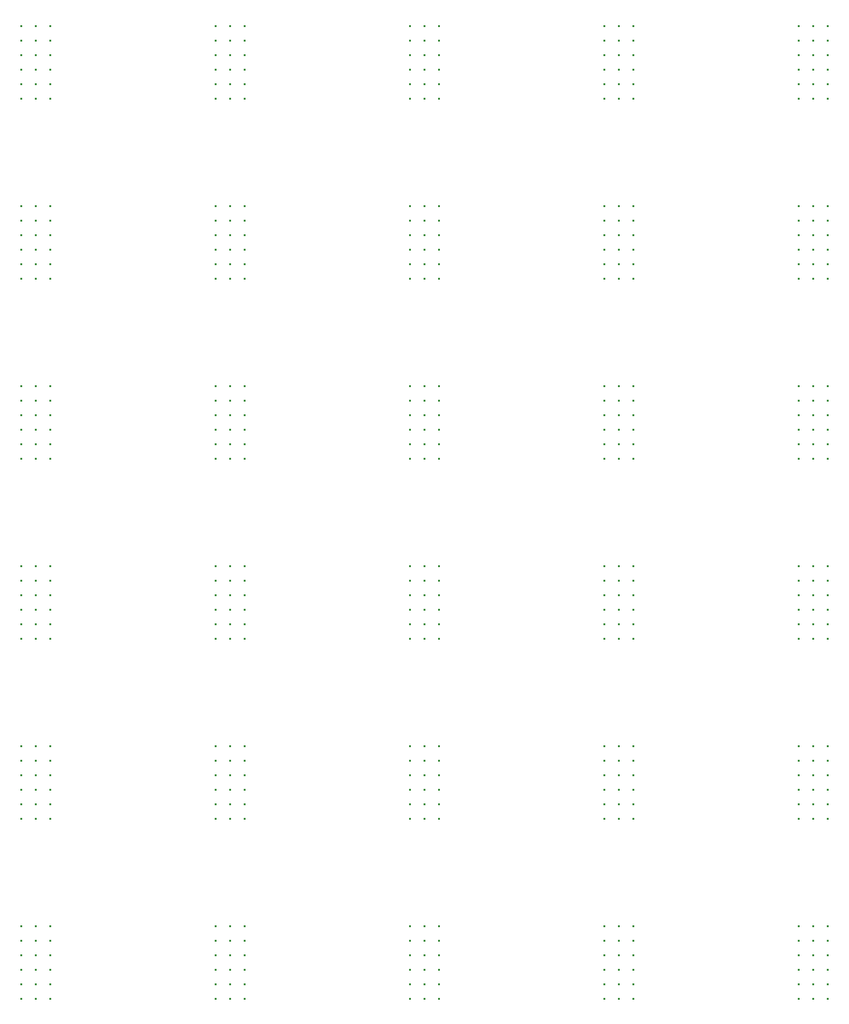
<source format=gbl>
G75*
G70*
%OFA0B0*%
%FSLAX24Y24*%
%IPPOS*%
%LPD*%
%AMOC8*
5,1,8,0,0,1.08239X$1,22.5*
%
%ADD10R,0.0080X0.0080*%
D10*
X012151Y008151D03*
X012151Y008651D03*
X012151Y009151D03*
X012151Y009651D03*
X012151Y010151D03*
X012151Y010651D03*
X012651Y010651D03*
X012651Y010151D03*
X012651Y009651D03*
X012651Y009151D03*
X012651Y008651D03*
X012651Y008151D03*
X013151Y008151D03*
X013151Y008651D03*
X013151Y009151D03*
X013151Y009651D03*
X013151Y010151D03*
X013151Y010651D03*
X013151Y014351D03*
X012651Y014351D03*
X012151Y014351D03*
X012151Y014851D03*
X012151Y015351D03*
X012151Y015851D03*
X012151Y016351D03*
X012151Y016851D03*
X012651Y016851D03*
X012651Y016351D03*
X012651Y015851D03*
X012651Y015351D03*
X012651Y014851D03*
X013151Y014851D03*
X013151Y015351D03*
X013151Y015851D03*
X013151Y016351D03*
X013151Y016851D03*
X013151Y020551D03*
X012651Y020551D03*
X012151Y020551D03*
X012151Y021051D03*
X012151Y021551D03*
X012151Y022051D03*
X012151Y022551D03*
X012151Y023051D03*
X012651Y023051D03*
X012651Y022551D03*
X012651Y022051D03*
X012651Y021551D03*
X012651Y021051D03*
X013151Y021051D03*
X013151Y021551D03*
X013151Y022051D03*
X013151Y022551D03*
X013151Y023051D03*
X013151Y026751D03*
X012651Y026751D03*
X012151Y026751D03*
X012151Y027251D03*
X012151Y027751D03*
X012151Y028251D03*
X012151Y028751D03*
X012151Y029251D03*
X012651Y029251D03*
X012651Y028751D03*
X012651Y028251D03*
X012651Y027751D03*
X012651Y027251D03*
X013151Y027251D03*
X013151Y027751D03*
X013151Y028251D03*
X013151Y028751D03*
X013151Y029251D03*
X013151Y032951D03*
X012651Y032951D03*
X012151Y032951D03*
X012151Y033451D03*
X012151Y033951D03*
X012151Y034451D03*
X012151Y034951D03*
X012151Y035451D03*
X012651Y035451D03*
X012651Y034951D03*
X012651Y034451D03*
X012651Y033951D03*
X012651Y033451D03*
X013151Y033451D03*
X013151Y033951D03*
X013151Y034451D03*
X013151Y034951D03*
X013151Y035451D03*
X013151Y039151D03*
X012651Y039151D03*
X012151Y039151D03*
X012151Y039651D03*
X012151Y040151D03*
X012151Y040651D03*
X012151Y041151D03*
X012151Y041651D03*
X012651Y041651D03*
X012651Y041151D03*
X012651Y040651D03*
X012651Y040151D03*
X012651Y039651D03*
X013151Y039651D03*
X013151Y040151D03*
X013151Y040651D03*
X013151Y041151D03*
X013151Y041651D03*
X018851Y041651D03*
X018851Y041151D03*
X018851Y040651D03*
X018851Y040151D03*
X018851Y039651D03*
X018851Y039151D03*
X019351Y039151D03*
X019351Y039651D03*
X019351Y040151D03*
X019351Y040651D03*
X019351Y041151D03*
X019351Y041651D03*
X019851Y041651D03*
X019851Y041151D03*
X019851Y040651D03*
X019851Y040151D03*
X019851Y039651D03*
X019851Y039151D03*
X019851Y035451D03*
X019851Y034951D03*
X019851Y034451D03*
X019851Y033951D03*
X019851Y033451D03*
X019851Y032951D03*
X019351Y032951D03*
X018851Y032951D03*
X018851Y033451D03*
X018851Y033951D03*
X018851Y034451D03*
X018851Y034951D03*
X018851Y035451D03*
X019351Y035451D03*
X019351Y034951D03*
X019351Y034451D03*
X019351Y033951D03*
X019351Y033451D03*
X019351Y029251D03*
X019351Y028751D03*
X019351Y028251D03*
X019351Y027751D03*
X019351Y027251D03*
X019351Y026751D03*
X018851Y026751D03*
X018851Y027251D03*
X018851Y027751D03*
X018851Y028251D03*
X018851Y028751D03*
X018851Y029251D03*
X019851Y029251D03*
X019851Y028751D03*
X019851Y028251D03*
X019851Y027751D03*
X019851Y027251D03*
X019851Y026751D03*
X019851Y023051D03*
X019851Y022551D03*
X019851Y022051D03*
X019851Y021551D03*
X019851Y021051D03*
X019851Y020551D03*
X019351Y020551D03*
X018851Y020551D03*
X018851Y021051D03*
X018851Y021551D03*
X018851Y022051D03*
X018851Y022551D03*
X018851Y023051D03*
X019351Y023051D03*
X019351Y022551D03*
X019351Y022051D03*
X019351Y021551D03*
X019351Y021051D03*
X019351Y016851D03*
X019351Y016351D03*
X019351Y015851D03*
X019351Y015351D03*
X019351Y014851D03*
X019351Y014351D03*
X018851Y014351D03*
X018851Y014851D03*
X018851Y015351D03*
X018851Y015851D03*
X018851Y016351D03*
X018851Y016851D03*
X019851Y016851D03*
X019851Y016351D03*
X019851Y015851D03*
X019851Y015351D03*
X019851Y014851D03*
X019851Y014351D03*
X019851Y010651D03*
X019851Y010151D03*
X019851Y009651D03*
X019851Y009151D03*
X019851Y008651D03*
X019851Y008151D03*
X019351Y008151D03*
X018851Y008151D03*
X018851Y008651D03*
X018851Y009151D03*
X018851Y009651D03*
X018851Y010151D03*
X018851Y010651D03*
X019351Y010651D03*
X019351Y010151D03*
X019351Y009651D03*
X019351Y009151D03*
X019351Y008651D03*
X025551Y008651D03*
X025551Y008151D03*
X026051Y008151D03*
X026051Y008651D03*
X026051Y009151D03*
X025551Y009151D03*
X025551Y009651D03*
X025551Y010151D03*
X025551Y010651D03*
X026051Y010651D03*
X026051Y010151D03*
X026051Y009651D03*
X026551Y009651D03*
X026551Y009151D03*
X026551Y008651D03*
X026551Y008151D03*
X026551Y010151D03*
X026551Y010651D03*
X026551Y014351D03*
X026051Y014351D03*
X025551Y014351D03*
X025551Y014851D03*
X025551Y015351D03*
X025551Y015851D03*
X025551Y016351D03*
X025551Y016851D03*
X026051Y016851D03*
X026051Y016351D03*
X026051Y015851D03*
X026051Y015351D03*
X026051Y014851D03*
X026551Y014851D03*
X026551Y015351D03*
X026551Y015851D03*
X026551Y016351D03*
X026551Y016851D03*
X026551Y020551D03*
X026051Y020551D03*
X025551Y020551D03*
X025551Y021051D03*
X025551Y021551D03*
X025551Y022051D03*
X025551Y022551D03*
X025551Y023051D03*
X026051Y023051D03*
X026051Y022551D03*
X026051Y022051D03*
X026051Y021551D03*
X026051Y021051D03*
X026551Y021051D03*
X026551Y021551D03*
X026551Y022051D03*
X026551Y022551D03*
X026551Y023051D03*
X026551Y026751D03*
X026051Y026751D03*
X025551Y026751D03*
X025551Y027251D03*
X025551Y027751D03*
X025551Y028251D03*
X025551Y028751D03*
X025551Y029251D03*
X026051Y029251D03*
X026051Y028751D03*
X026051Y028251D03*
X026051Y027751D03*
X026051Y027251D03*
X026551Y027251D03*
X026551Y027751D03*
X026551Y028251D03*
X026551Y028751D03*
X026551Y029251D03*
X026551Y032951D03*
X026051Y032951D03*
X025551Y032951D03*
X025551Y033451D03*
X025551Y033951D03*
X025551Y034451D03*
X025551Y034951D03*
X025551Y035451D03*
X026051Y035451D03*
X026051Y034951D03*
X026051Y034451D03*
X026051Y033951D03*
X026051Y033451D03*
X026551Y033451D03*
X026551Y033951D03*
X026551Y034451D03*
X026551Y034951D03*
X026551Y035451D03*
X026551Y039151D03*
X026051Y039151D03*
X025551Y039151D03*
X025551Y039651D03*
X025551Y040151D03*
X025551Y040651D03*
X025551Y041151D03*
X025551Y041651D03*
X026051Y041651D03*
X026051Y041151D03*
X026051Y040651D03*
X026051Y040151D03*
X026051Y039651D03*
X026551Y039651D03*
X026551Y040151D03*
X026551Y040651D03*
X026551Y041151D03*
X026551Y041651D03*
X032251Y041651D03*
X032251Y041151D03*
X032251Y040651D03*
X032251Y040151D03*
X032251Y039651D03*
X032251Y039151D03*
X032751Y039151D03*
X032751Y039651D03*
X032751Y040151D03*
X032751Y040651D03*
X032751Y041151D03*
X032751Y041651D03*
X033251Y041651D03*
X033251Y041151D03*
X033251Y040651D03*
X033251Y040151D03*
X033251Y039651D03*
X033251Y039151D03*
X033251Y035451D03*
X033251Y034951D03*
X033251Y034451D03*
X033251Y033951D03*
X033251Y033451D03*
X033251Y032951D03*
X032751Y032951D03*
X032251Y032951D03*
X032251Y033451D03*
X032251Y033951D03*
X032251Y034451D03*
X032251Y034951D03*
X032251Y035451D03*
X032751Y035451D03*
X032751Y034951D03*
X032751Y034451D03*
X032751Y033951D03*
X032751Y033451D03*
X032751Y029251D03*
X032751Y028751D03*
X032751Y028251D03*
X032751Y027751D03*
X032751Y027251D03*
X032751Y026751D03*
X032251Y026751D03*
X032251Y027251D03*
X032251Y027751D03*
X032251Y028251D03*
X032251Y028751D03*
X032251Y029251D03*
X033251Y029251D03*
X033251Y028751D03*
X033251Y028251D03*
X033251Y027751D03*
X033251Y027251D03*
X033251Y026751D03*
X033251Y023051D03*
X033251Y022551D03*
X033251Y022051D03*
X033251Y021551D03*
X033251Y021051D03*
X033251Y020551D03*
X032751Y020551D03*
X032251Y020551D03*
X032251Y021051D03*
X032251Y021551D03*
X032251Y022051D03*
X032251Y022551D03*
X032251Y023051D03*
X032751Y023051D03*
X032751Y022551D03*
X032751Y022051D03*
X032751Y021551D03*
X032751Y021051D03*
X032751Y016851D03*
X032751Y016351D03*
X032751Y015851D03*
X032751Y015351D03*
X032751Y014851D03*
X032751Y014351D03*
X032251Y014351D03*
X032251Y014851D03*
X032251Y015351D03*
X032251Y015851D03*
X032251Y016351D03*
X032251Y016851D03*
X033251Y016851D03*
X033251Y016351D03*
X033251Y015851D03*
X033251Y015351D03*
X033251Y014851D03*
X033251Y014351D03*
X033251Y010651D03*
X033251Y010151D03*
X033251Y009651D03*
X033251Y009151D03*
X033251Y008651D03*
X033251Y008151D03*
X032751Y008151D03*
X032251Y008151D03*
X032251Y008651D03*
X032251Y009151D03*
X032251Y009651D03*
X032251Y010151D03*
X032251Y010651D03*
X032751Y010651D03*
X032751Y010151D03*
X032751Y009651D03*
X032751Y009151D03*
X032751Y008651D03*
X038951Y008651D03*
X038951Y008151D03*
X039451Y008151D03*
X039451Y008651D03*
X039451Y009151D03*
X038951Y009151D03*
X038951Y009651D03*
X038951Y010151D03*
X038951Y010651D03*
X039451Y010651D03*
X039451Y010151D03*
X039451Y009651D03*
X039951Y009651D03*
X039951Y009151D03*
X039951Y008651D03*
X039951Y008151D03*
X039951Y010151D03*
X039951Y010651D03*
X039951Y014351D03*
X039451Y014351D03*
X038951Y014351D03*
X038951Y014851D03*
X038951Y015351D03*
X038951Y015851D03*
X038951Y016351D03*
X038951Y016851D03*
X039451Y016851D03*
X039451Y016351D03*
X039451Y015851D03*
X039451Y015351D03*
X039451Y014851D03*
X039951Y014851D03*
X039951Y015351D03*
X039951Y015851D03*
X039951Y016351D03*
X039951Y016851D03*
X039951Y020551D03*
X039451Y020551D03*
X038951Y020551D03*
X038951Y021051D03*
X038951Y021551D03*
X038951Y022051D03*
X038951Y022551D03*
X038951Y023051D03*
X039451Y023051D03*
X039451Y022551D03*
X039451Y022051D03*
X039451Y021551D03*
X039451Y021051D03*
X039951Y021051D03*
X039951Y021551D03*
X039951Y022051D03*
X039951Y022551D03*
X039951Y023051D03*
X039951Y026751D03*
X039451Y026751D03*
X038951Y026751D03*
X038951Y027251D03*
X038951Y027751D03*
X038951Y028251D03*
X038951Y028751D03*
X038951Y029251D03*
X039451Y029251D03*
X039451Y028751D03*
X039451Y028251D03*
X039451Y027751D03*
X039451Y027251D03*
X039951Y027251D03*
X039951Y027751D03*
X039951Y028251D03*
X039951Y028751D03*
X039951Y029251D03*
X039951Y032951D03*
X039451Y032951D03*
X038951Y032951D03*
X038951Y033451D03*
X038951Y033951D03*
X038951Y034451D03*
X038951Y034951D03*
X038951Y035451D03*
X039451Y035451D03*
X039451Y034951D03*
X039451Y034451D03*
X039451Y033951D03*
X039451Y033451D03*
X039951Y033451D03*
X039951Y033951D03*
X039951Y034451D03*
X039951Y034951D03*
X039951Y035451D03*
X039951Y039151D03*
X039451Y039151D03*
X038951Y039151D03*
X038951Y039651D03*
X038951Y040151D03*
X038951Y040651D03*
X038951Y041151D03*
X038951Y041651D03*
X039451Y041651D03*
X039451Y041151D03*
X039451Y040651D03*
X039451Y040151D03*
X039451Y039651D03*
X039951Y039651D03*
X039951Y040151D03*
X039951Y040651D03*
X039951Y041151D03*
X039951Y041651D03*
M02*

</source>
